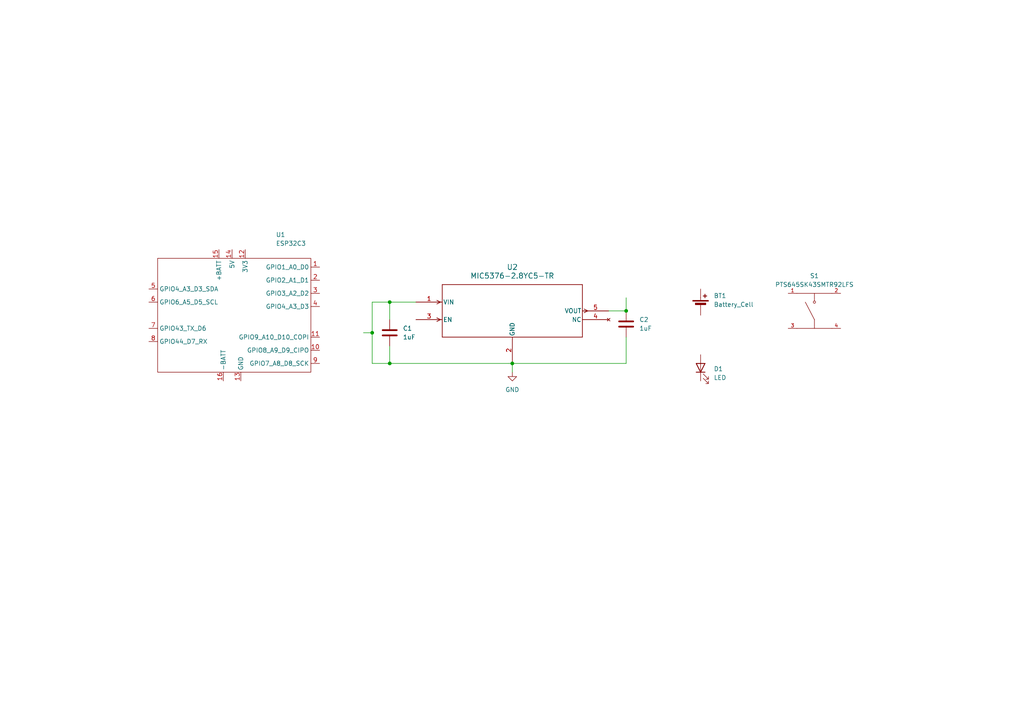
<source format=kicad_sch>
(kicad_sch (version 20250114) (generator "eeschema") (generator_version "9.0")
  (paper "A4")
  (lib_symbols
    (symbol "Device:Battery_Cell" (pin_numbers (hide yes)) (pin_names (offset 0) (hide yes))
      (property "Reference" "BT" (at 2.54 2.54 0))
      (property "Value" "Battery_Cell" (at 2.54 0 0))
      (symbol "Battery_Cell_0_1"
        (rectangle (start -2.286 1.778) (end 2.286 1.524) (fill (type outline)))
        (rectangle (start -1.524 1.016) (end 1.524 0.508) (fill (type outline)))
        (polyline (pts (xy 0 1.778) (xy 0 2.54)))
        (polyline (pts (xy 0 0.762) (xy 0 0)))
        (polyline (pts (xy 0.762 3.048) (xy 1.778 3.048)) (stroke (width 0.254)))
        (polyline (pts (xy 1.27 3.556) (xy 1.27 2.54)) (stroke (width 0.254)))
      )
      (symbol "Battery_Cell_1_1"
        (pin passive line (at 0 5.08 270) (length 2.54) (name "+") (number "1"))
        (pin passive line (at 0 -2.54 90) (length 2.54) (name "-") (number "2"))
      )
    )
    (symbol "Device:C" (pin_numbers (hide yes)) (pin_names (offset 0.254))
      (property "Reference" "C" (at 0.635 2.54 0))
      (property "Value" "C" (at 0.635 -2.54 0))
      (symbol "C_0_1"
        (polyline (pts (xy -2.032 0.762) (xy 2.032 0.762)) (stroke (width 0.508)))
        (polyline (pts (xy -2.032 -0.762) (xy 2.032 -0.762)) (stroke (width 0.508)))
      )
      (symbol "C_1_1"
        (pin passive line (at 0 3.81 270) (length 2.794) (name "~") (number "1"))
        (pin passive line (at 0 -3.81 90) (length 2.794) (name "~") (number "2"))
      )
    )
    (symbol "Device:LED" (pin_numbers (hide yes)) (pin_names (offset 1.016) (hide yes))
      (property "Reference" "D" (at 0 2.54 0))
      (property "Value" "LED" (at 0 -2.54 0))
      (symbol "LED_0_1"
        (polyline (pts (xy -3.048 -0.762) (xy -4.572 -2.286) (xy -3.81 -2.286) (xy -4.572 -2.286) (xy -4.572 -1.524)))
        (polyline (pts (xy -1.778 -0.762) (xy -3.302 -2.286) (xy -2.54 -2.286) (xy -3.302 -2.286) (xy -3.302 -1.524)))
        (polyline (pts (xy -1.27 0) (xy 1.27 0)))
        (polyline (pts (xy -1.27 -1.27) (xy -1.27 1.27)) (stroke (width 0.254)))
        (polyline (pts (xy 1.27 -1.27) (xy 1.27 1.27) (xy -1.27 0) (xy 1.27 -1.27)) (stroke (width 0.254)))
      )
      (symbol "LED_1_1"
        (pin passive line (at -3.81 0 0) (length 2.54) (name "K") (number "1"))
        (pin passive line (at 3.81 0 180) (length 2.54) (name "A") (number "2"))
      )
    )
    (symbol "GIX_ESP32:XIAO_ESP32"
      (property "Reference" "U" (at -19.812 18.288 0))
      (symbol "XIAO_ESP32_0_1"
        (polyline (pts (xy -21.59 16.51) (xy -21.59 -16.51) (xy 22.86 -16.51) (xy 22.86 16.51) (xy -21.59 16.51)))
      )
      (symbol "XIAO_ESP32_1_1"
        (pin bidirectional line (at -24.13 7.62 0) (length 2.54) (name "GPIO4_A3_D3_SDA") (number "5"))
        (pin bidirectional line (at -24.13 3.81 0) (length 2.54) (name "GPIO6_A5_D5_SCL") (number "6"))
        (pin bidirectional line (at -24.13 -3.81 0) (length 2.54) (name "GPIO43_TX_D6") (number "7"))
        (pin bidirectional line (at -24.13 -7.62 0) (length 2.54) (name "GPIO44_D7_RX") (number "8"))
        (pin bidirectional line (at -3.81 19.05 270) (length 2.54) (name "+BATT") (number "15"))
        (pin bidirectional line (at -2.54 -19.05 90) (length 2.54) (name "-BATT") (number "16"))
        (pin bidirectional line (at 0 19.05 270) (length 2.54) (name "5V") (number "14"))
        (pin bidirectional line (at 2.54 -19.05 90) (length 2.54) (name "GND") (number "13"))
        (pin bidirectional line (at 3.81 19.05 270) (length 2.54) (name "3V3") (number "12"))
        (pin bidirectional line (at 25.4 13.97 180) (length 2.54) (name "GPIO1_A0_D0") (number "1"))
        (pin bidirectional line (at 25.4 10.16 180) (length 2.54) (name "GPIO2_A1_D1") (number "2"))
        (pin bidirectional line (at 25.4 6.35 180) (length 2.54) (name "GPIO3_A2_D2") (number "3"))
        (pin bidirectional line (at 25.4 2.54 180) (length 2.54) (name "GPIO4_A3_D3") (number "4"))
        (pin bidirectional line (at 25.4 -6.35 180) (length 2.54) (name "GPIO9_A10_D10_COPI") (number "11"))
        (pin bidirectional line (at 25.4 -10.16 180) (length 2.54) (name "GPIO8_A9_D9_CIPO") (number "10"))
        (pin bidirectional line (at 25.4 -13.97 180) (length 2.54) (name "GPIO7_A8_D8_SCK") (number "9"))
      )
    )
    (symbol "MIC5376_2_8YC5_TR:MIC5376-2.8YC5-TR" (pin_names (offset 0.254))
      (property "Reference" "U2" (at 27.94 10.16 0))
      (property "Value" "MIC5376-2.8YC5-TR" (at 27.94 7.62 0))
      (symbol "MIC5376-2.8YC5-TR_0_1"
        (polyline (pts (xy 7.0993 0) (xy 6.0579 0.5207)) (stroke (width 0.2032)))
        (polyline (pts (xy 7.0993 0) (xy 6.0579 -0.5207)) (stroke (width 0.2032)))
        (polyline (pts (xy 7.0993 -5.08) (xy 6.0579 -4.5593)) (stroke (width 0.2032)))
        (polyline (pts (xy 7.0993 -5.08) (xy 6.0579 -5.6007)) (stroke (width 0.2032)))
        (polyline (pts (xy 7.62 5.08) (xy 7.62 -10.16)) (stroke (width 0.2032)))
        (polyline (pts (xy 7.62 -10.16) (xy 48.26 -10.16)) (stroke (width 0.2032)))
        (polyline (pts (xy 48.26 5.08) (xy 7.62 5.08)) (stroke (width 0.2032)))
        (polyline (pts (xy 48.26 -10.16) (xy 48.26 5.08)) (stroke (width 0.2032)))
        (polyline (pts (xy 48.7807 -2.0193) (xy 49.8221 -2.54)) (stroke (width 0.2032)))
        (polyline (pts (xy 48.7807 -3.0607) (xy 49.8221 -2.54)) (stroke (width 0.2032)))
        (pin input line (at 0 0 0) (length 7.62) (name "VIN") (number "1"))
        (pin input line (at 0 -5.08 0) (length 7.62) (name "EN") (number "3"))
        (pin power_in line (at 27.94 -17.78 90) (length 7.62) (name "GND") (number "2"))
        (pin output line (at 55.88 -2.54 180) (length 7.62) (name "VOUT") (number "5"))
        (pin no_connect line (at 55.88 -5.08 180) (length 7.62) (name "NC") (number "4"))
      )
    )
    (symbol "PTS645SK43SMTR92LFS:PTS645SK43SMTR92LFS" (pin_names (offset 1.016))
      (property "Reference" "S" (at -5.08 7.62 0))
      (property "Value" "PTS645SK43SMTR92LFS" (at -5.08 -7.62 0))
      (symbol "PTS645SK43SMTR92LFS_0_0"
        (polyline (pts (xy -5.08 5.08) (xy 5.08 5.08)) (stroke (width 0.1524)))
        (polyline (pts (xy -5.08 -5.08) (xy 5.08 -5.08)) (stroke (width 0.1524)))
        (polyline (pts (xy 0 5.08) (xy 0 2.921)) (stroke (width 0.1524)))
        (circle (center 0 2.54) (radius 0.3302) (stroke (width 0.1524)))
        (polyline (pts (xy 0 -2.54) (xy -2.6416 2.54)) (stroke (width 0.1524)))
        (polyline (pts (xy 0 -2.54) (xy 0 -5.08)) (stroke (width 0.1524)))
        (pin passive line (at -7.62 5.08 0) (length 2.54) (name "~") (number "1"))
        (pin passive line (at -7.62 -5.08 0) (length 2.54) (name "~") (number "3"))
        (pin passive line (at 7.62 5.08 180) (length 2.54) (name "~") (number "2"))
        (pin passive line (at 7.62 -5.08 180) (length 2.54) (name "~") (number "4"))
      )
    )
    (symbol "power:GND" (power) (pin_numbers (hide yes)) (pin_names (offset 0) (hide yes))
      (property "Value" "GND" (at 0 -3.81 0))
      (symbol "GND_0_1"
        (polyline (pts (xy 0 0) (xy 0 -1.27) (xy 1.27 -1.27) (xy 0 -2.54) (xy -1.27 -1.27) (xy 0 -1.27)))
      )
      (symbol "GND_1_1"
        (pin power_in line (at 0 0 270) (length 0) (name "~") (number "1"))
      )
    )
  )
  (junction (at 113.03 105.41))
  (junction (at 181.61 90.17))
  (junction (at 107.95 96.52))
  (junction (at 113.03 87.63))
  (junction (at 148.59 105.41))
  (wire (pts (xy 176.53 90.17) (xy 181.61 90.17)))
  (wire (pts (xy 105.41 96.52) (xy 107.95 96.52)))
  (wire (pts (xy 113.03 92.71) (xy 113.03 87.63)))
  (wire (pts (xy 113.03 100.33) (xy 113.03 105.41)))
  (wire (pts (xy 113.03 87.63) (xy 120.65 87.63)))
  (wire (pts (xy 181.61 105.41) (xy 148.59 105.41)))
  (wire (pts (xy 107.95 96.52) (xy 107.95 105.41)))
  (wire (pts (xy 181.61 86.36) (xy 181.61 90.17)))
  (wire (pts (xy 107.95 87.63) (xy 107.95 96.52)))
  (wire (pts (xy 113.03 105.41) (xy 148.59 105.41)))
  (wire (pts (xy 148.59 105.41) (xy 148.59 107.95)))
  (wire (pts (xy 113.03 87.63) (xy 107.95 87.63)))
  (wire (pts (xy 181.61 97.79) (xy 181.61 105.41)))
  (wire (pts (xy 107.95 105.41) (xy 113.03 105.41)))
  (symbol (lib_id "Device:Battery_Cell") (at 203.2 88.9 0) (unit 1)
    (property "Reference" "BT1" (at 207.01 85.7884 0) (effects (justify left)))
    (property "Value" "Battery_Cell" (at 207.01 88.3284 0) (effects (justify left)))
    (property "Description" "Single-cell battery" (effects (hide yes)))
  )
  (symbol (lib_id "Device:C") (at 113.03 96.52 0) (unit 1)
    (property "Reference" "C1" (at 116.84 95.2499 0) (effects (justify left)))
    (property "Value" "1uF" (at 116.84 97.7899 0) (effects (justify left)))
    (property "Description" "Unpolarized capacitor" (effects (hide yes)))
  )
  (symbol (lib_id "Device:LED") (at 203.2 106.68 90) (unit 1)
    (property "Reference" "D1" (at 207.01 106.9974 90) (effects (justify right)))
    (property "Value" "LED" (at 207.01 109.5374 90) (effects (justify right)))
    (property "Description" "Light emitting diode" (effects (hide yes)))
    (property "Sim.Pins" "1=K 2=A" (effects (hide yes)))
  )
  (symbol (lib_id "power:GND") (at 148.59 107.95 0) (unit 1)
    (property "Reference" "#PWR01" (effects (hide yes)))
    (property "Value" "GND" (at 148.59 113.03 0))
    (property "Description" "Power symbol creates a global label with name \"GND\" , ground" (effects (hide yes)))
  )
  (symbol (lib_id "GIX_ESP32:XIAO_ESP32") (at 67.31 91.44 0) (unit 1)
    (property "Reference" "U1" (at 80.01 68.072 0) (effects (justify left)))
    (property "Value" "ESP32C3" (at 80.01 70.612 0) (effects (justify left)))
  )
  (symbol (lib_id "MIC5376_2_8YC5_TR:MIC5376-2.8YC5-TR") (at 120.65 87.63 0) (unit 1)
    (property "Reference" "U2" (at 148.59 77.47 0) (effects (font (size 1.524 1.524))))
    (property "Value" "MIC5376-2.8YC5-TR" (at 148.59 80.01 0) (effects (font (size 1.524 1.524))))
    (property "Footprint" "SC-70_C5_MCH" (effects (hide yes)))
    (property "Datasheet" "MIC5376-2.8YC5-TR" (effects (hide yes)))
  )
  (symbol (lib_id "Device:C") (at 181.61 93.98 0) (unit 1)
    (property "Reference" "C2" (at 185.42 92.7099 0) (effects (justify left)))
    (property "Value" "1uF" (at 185.42 95.2499 0) (effects (justify left)))
    (property "Description" "Unpolarized capacitor" (effects (hide yes)))
  )
  (symbol (lib_id "PTS645SK43SMTR92LFS:PTS645SK43SMTR92LFS") (at 236.22 90.17 0) (unit 1)
    (property "Reference" "S1" (at 236.22 80.01 0))
    (property "Value" "PTS645SK43SMTR92LFS" (at 236.22 82.55 0))
    (property "Footprint" "PTS645SK43SMTR92LFS:SW_PTS645SK43SMTR92LFS" (effects (hide yes)))
    (property "PARTREV" "14 Apr 22" (effects (hide yes)))
    (property "STANDARD" "Manufacturer Recommendations" (effects (hide yes)))
    (property "MAXIMUM_PACKAGE_HEIGHT" "4.4 mm" (effects (hide yes)))
    (property "MANUFACTURER" "CnK" (effects (hide yes)))
  )
)
</source>
